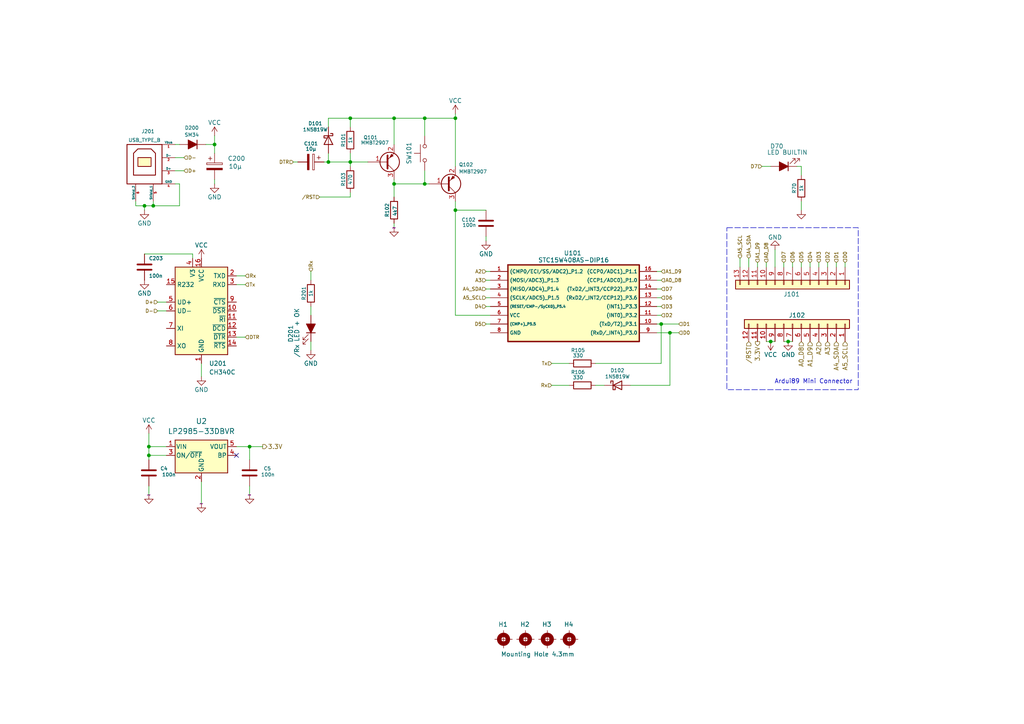
<source format=kicad_sch>
(kicad_sch (version 20231120) (generator "eeschema") (generator_version "8.0")
  (paper "A4")
  (title_block (title "Ardui89 MINI") (date "2024-07-30") (rev "0") (company "C. BARBATO") (comment 1 "A892406"))
  (lib_symbols
    (symbol "Arduino_Uno_R3_From_Scratch-rescue:GND-power" (power) (pin_names (offset 0))
      (property "Value" "power_GND" (at 0 -3.81 0))
      (symbol "GND-power_0_1"
        (polyline (pts (xy 0 0) (xy 0 -1.27) (xy 1.27 -1.27) (xy 0 -2.54) (xy -1.27 -1.27) (xy 0 -1.27)))
      )
      (symbol "GND-power_1_1"
        (pin power_in line (at 0 0 270) (length 0) hide (name "GND") (number "1"))
      )
    )
    (symbol "Arduino_Uno_R3_From_Scratch:USB_TYPE_B" (pin_names (offset 0))
      (property "Reference" "J" (at -6.35 -1.27 0))
      (property "Value" "USB_TYPE_B" (at 0 6.35 0))
      (symbol "USB_TYPE_B_0_1"
        (rectangle (start -1.905 1.27) (end 1.905 -1.27) (stroke (width 0.254)) (fill (type background)))
        (polyline (pts (xy -3.175 -3.81) (xy 3.175 -3.81) (xy 3.175 2.54) (xy 1.905 3.81) (xy -1.905 3.81) (xy -3.175 2.54) (xy -3.175 -3.81) (xy -3.175 -3.81) (xy -3.175 -3.81)) (stroke (width 0.254)))
        (rectangle (start 5.08 -6.35) (end -5.08 5.08) (stroke (width 0.254)))
      )
      (symbol "USB_TYPE_B_1_1"
        (pin power_out line (at 8.89 5.08 180) (length 3.81) (name "Vbus") (number "1"))
        (pin bidirectional line (at 8.89 1.27 180) (length 3.81) (name "D-") (number "2"))
        (pin bidirectional line (at 8.89 -2.54 180) (length 3.81) (name "D+") (number "3"))
        (pin power_in line (at 8.89 -6.35 180) (length 3.81) (name "GND") (number "4"))
        (pin passive line (at 2.54 -11.43 90) (length 5.08) (name "Shield_1") (number "5"))
        (pin passive line (at -2.54 -11.43 90) (length 5.08) (name "Shield_2") (number "6"))
      )
    )
    (symbol "BACKCIEL:STC15W408AS-DIP16"
      (property "Reference" "U" (at 23.368 3.81 0))
      (symbol "STC15W408AS-DIP16_0_0"
        (rectangle (start 5.08 1.905) (end 43.18 -20.32) (stroke (width 0.4064)) (fill (type background)))
      )
      (symbol "STC15W408AS-DIP16_1_0"
        (pin bidirectional line (at 0 0 0) (length 5.08) (name "(CMP0/ECI/SS/ADC2)_P1.2") (number "1"))
        (pin bidirectional line (at 48.26 -15.24 180) (length 5.08) (name "(TxD/T2)_P3.1") (number "10"))
        (pin bidirectional line (at 48.26 -12.7 180) (length 5.08) (name "(INT0)_P3.2") (number "11"))
        (pin bidirectional line (at 48.26 -10.16 180) (length 5.08) (name "(INT1)_P3.3") (number "12"))
        (pin bidirectional line (at 48.26 -7.62 180) (length 5.08) (name "(RxD2/_INT2/CCP12)_P3.6") (number "13"))
        (pin bidirectional line (at 48.26 -5.08 180) (length 5.08) (name "(TxD2/_INT3/CCP22)_P3.7") (number "14"))
        (pin bidirectional line (at 48.26 -2.54 180) (length 5.08) (name "(CCP1/ADC0)_P1.0") (number "15"))
        (pin bidirectional line (at 48.26 0 180) (length 5.08) (name "(CCP0/ADC1)_P1.1") (number "16"))
        (pin bidirectional line (at 0 -2.54 0) (length 5.08) (name "(MOSI/ADC3)_P1.3") (number "2"))
        (pin bidirectional line (at 0 -5.08 0) (length 5.08) (name "(MISO/ADC4)_P1.4") (number "3"))
        (pin bidirectional line (at 0 -7.62 0) (length 5.08) (name "(SCLK/ADC5)_P1.5") (number "4"))
        (pin bidirectional line (at 0 -10.16 0) (length 5.08) (name "(RESET/CMP-/SyCK0)_P5.4") (number "5"))
        (pin passive line (at 0 -12.7 0) (length 5.08) (name "VCC") (number "6"))
        (pin bidirectional line (at 0 -15.24 0) (length 5.08) (name "(CMP+)_P5.5") (number "7"))
        (pin passive line (at 0 -17.78 0) (length 5.08) (name "GND") (number "8"))
        (pin bidirectional line (at 48.26 -17.78 180) (length 5.08) (name "(RxD/_INT4)_P3.0") (number "9"))
      )
    )
    (symbol "Connector_Generic:Conn_01x12" (pin_names (offset 1.016) hide)
      (property "Reference" "J" (at 0 15.24 0))
      (property "Value" "Conn_01x12" (at 0 -17.78 0))
      (symbol "Conn_01x12_1_1"
        (rectangle (start -1.27 -15.113) (end 0 -15.367) (stroke (width 0.1524)))
        (rectangle (start -1.27 -12.573) (end 0 -12.827) (stroke (width 0.1524)))
        (rectangle (start -1.27 -10.033) (end 0 -10.287) (stroke (width 0.1524)))
        (rectangle (start -1.27 -7.493) (end 0 -7.747) (stroke (width 0.1524)))
        (rectangle (start -1.27 -4.953) (end 0 -5.207) (stroke (width 0.1524)))
        (rectangle (start -1.27 -2.413) (end 0 -2.667) (stroke (width 0.1524)))
        (rectangle (start -1.27 0.127) (end 0 -0.127) (stroke (width 0.1524)))
        (rectangle (start -1.27 2.667) (end 0 2.413) (stroke (width 0.1524)))
        (rectangle (start -1.27 5.207) (end 0 4.953) (stroke (width 0.1524)))
        (rectangle (start -1.27 7.747) (end 0 7.493) (stroke (width 0.1524)))
        (rectangle (start -1.27 10.287) (end 0 10.033) (stroke (width 0.1524)))
        (rectangle (start -1.27 12.827) (end 0 12.573) (stroke (width 0.1524)))
        (rectangle (start -1.27 13.97) (end 1.27 -16.51) (stroke (width 0.254)) (fill (type background)))
        (pin passive line (at -5.08 12.7 0) (length 3.81) (name "Pin_1") (number "1"))
        (pin passive line (at -5.08 -10.16 0) (length 3.81) (name "Pin_10") (number "10"))
        (pin passive line (at -5.08 -12.7 0) (length 3.81) (name "Pin_11") (number "11"))
        (pin passive line (at -5.08 -15.24 0) (length 3.81) (name "Pin_12") (number "12"))
        (pin passive line (at -5.08 10.16 0) (length 3.81) (name "Pin_2") (number "2"))
        (pin passive line (at -5.08 7.62 0) (length 3.81) (name "Pin_3") (number "3"))
        (pin passive line (at -5.08 5.08 0) (length 3.81) (name "Pin_4") (number "4"))
        (pin passive line (at -5.08 2.54 0) (length 3.81) (name "Pin_5") (number "5"))
        (pin passive line (at -5.08 0 0) (length 3.81) (name "Pin_6") (number "6"))
        (pin passive line (at -5.08 -2.54 0) (length 3.81) (name "Pin_7") (number "7"))
        (pin passive line (at -5.08 -5.08 0) (length 3.81) (name "Pin_8") (number "8"))
        (pin passive line (at -5.08 -7.62 0) (length 3.81) (name "Pin_9") (number "9"))
      )
    )
    (symbol "Connector_Generic:Conn_01x13" (pin_names (offset 1.016) hide)
      (property "Reference" "J" (at 0 17.78 0))
      (property "Value" "Conn_01x13" (at 0 -17.78 0))
      (symbol "Conn_01x13_1_1"
        (rectangle (start -1.27 -15.113) (end 0 -15.367) (stroke (width 0.1524)))
        (rectangle (start -1.27 -12.573) (end 0 -12.827) (stroke (width 0.1524)))
        (rectangle (start -1.27 -10.033) (end 0 -10.287) (stroke (width 0.1524)))
        (rectangle (start -1.27 -7.493) (end 0 -7.747) (stroke (width 0.1524)))
        (rectangle (start -1.27 -4.953) (end 0 -5.207) (stroke (width 0.1524)))
        (rectangle (start -1.27 -2.413) (end 0 -2.667) (stroke (width 0.1524)))
        (rectangle (start -1.27 0.127) (end 0 -0.127) (stroke (width 0.1524)))
        (rectangle (start -1.27 2.667) (end 0 2.413) (stroke (width 0.1524)))
        (rectangle (start -1.27 5.207) (end 0 4.953) (stroke (width 0.1524)))
        (rectangle (start -1.27 7.747) (end 0 7.493) (stroke (width 0.1524)))
        (rectangle (start -1.27 10.287) (end 0 10.033) (stroke (width 0.1524)))
        (rectangle (start -1.27 12.827) (end 0 12.573) (stroke (width 0.1524)))
        (rectangle (start -1.27 15.367) (end 0 15.113) (stroke (width 0.1524)))
        (rectangle (start -1.27 16.51) (end 1.27 -16.51) (stroke (width 0.254)) (fill (type background)))
        (pin passive line (at -5.08 15.24 0) (length 3.81) (name "Pin_1") (number "1"))
        (pin passive line (at -5.08 -7.62 0) (length 3.81) (name "Pin_10") (number "10"))
        (pin passive line (at -5.08 -10.16 0) (length 3.81) (name "Pin_11") (number "11"))
        (pin passive line (at -5.08 -12.7 0) (length 3.81) (name "Pin_12") (number "12"))
        (pin passive line (at -5.08 -15.24 0) (length 3.81) (name "Pin_13") (number "13"))
        (pin passive line (at -5.08 12.7 0) (length 3.81) (name "Pin_2") (number "2"))
        (pin passive line (at -5.08 10.16 0) (length 3.81) (name "Pin_3") (number "3"))
        (pin passive line (at -5.08 7.62 0) (length 3.81) (name "Pin_4") (number "4"))
        (pin passive line (at -5.08 5.08 0) (length 3.81) (name "Pin_5") (number "5"))
        (pin passive line (at -5.08 2.54 0) (length 3.81) (name "Pin_6") (number "6"))
        (pin passive line (at -5.08 0 0) (length 3.81) (name "Pin_7") (number "7"))
        (pin passive line (at -5.08 -2.54 0) (length 3.81) (name "Pin_8") (number "8"))
        (pin passive line (at -5.08 -5.08 0) (length 3.81) (name "Pin_9") (number "9"))
      )
    )
    (symbol "Device:C" (pin_numbers hide) (pin_names (offset 0.254))
      (property "Reference" "C" (at 0.635 2.54 0))
      (property "Value" "C" (at 0.635 -2.54 0))
      (symbol "C_0_1"
        (polyline (pts (xy -2.032 -0.762) (xy 2.032 -0.762)) (stroke (width 0.508)))
        (polyline (pts (xy -2.032 0.762) (xy 2.032 0.762)) (stroke (width 0.508)))
      )
      (symbol "C_1_1"
        (pin passive line (at 0 3.81 270) (length 2.794) (name "~") (number "1"))
        (pin passive line (at 0 -3.81 90) (length 2.794) (name "~") (number "2"))
      )
    )
    (symbol "Device:C_Polarized" (pin_numbers hide) (pin_names (offset 0.254))
      (property "Reference" "C" (at 0.635 2.54 0))
      (property "Value" "C_Polarized" (at 0.635 -2.54 0))
      (symbol "C_Polarized_0_1"
        (rectangle (start -2.286 0.508) (end 2.286 1.016))
        (polyline (pts (xy -1.778 2.286) (xy -0.762 2.286)))
        (polyline (pts (xy -1.27 2.794) (xy -1.27 1.778)))
        (rectangle (start 2.286 -0.508) (end -2.286 -1.016) (fill (type outline)))
      )
      (symbol "C_Polarized_1_1"
        (pin passive line (at 0 3.81 270) (length 2.794) (name "~") (number "1"))
        (pin passive line (at 0 -3.81 90) (length 2.794) (name "~") (number "2"))
      )
    )
    (symbol "Device:D_Filled" (pin_numbers hide) (pin_names (offset 1.016) hide)
      (property "Reference" "D" (at 0 2.54 0))
      (property "Value" "D_Filled" (at 0 -2.54 0))
      (symbol "D_Filled_0_1"
        (polyline (pts (xy -1.27 1.27) (xy -1.27 -1.27)) (stroke (width 0.254)))
        (polyline (pts (xy 1.27 0) (xy -1.27 0)))
        (polyline (pts (xy 1.27 1.27) (xy 1.27 -1.27) (xy -1.27 0) (xy 1.27 1.27)) (stroke (width 0.254)) (fill (type outline)))
      )
      (symbol "D_Filled_1_1"
        (pin passive line (at -3.81 0 0) (length 2.54) (name "K") (number "1"))
        (pin passive line (at 3.81 0 180) (length 2.54) (name "A") (number "2"))
      )
    )
    (symbol "Device:LED_Filled" (pin_numbers hide) (pin_names (offset 1.016) hide)
      (property "Reference" "D" (at 0 2.54 0))
      (property "Value" "LED_Filled" (at 0 -2.54 0))
      (symbol "LED_Filled_0_1"
        (polyline (pts (xy -1.27 -1.27) (xy -1.27 1.27)) (stroke (width 0.254)))
        (polyline (pts (xy -1.27 0) (xy 1.27 0)))
        (polyline (pts (xy 1.27 -1.27) (xy 1.27 1.27) (xy -1.27 0) (xy 1.27 -1.27)) (stroke (width 0.254)) (fill (type outline)))
        (polyline (pts (xy -3.048 -0.762) (xy -4.572 -2.286) (xy -3.81 -2.286) (xy -4.572 -2.286) (xy -4.572 -1.524)))
        (polyline (pts (xy -1.778 -0.762) (xy -3.302 -2.286) (xy -2.54 -2.286) (xy -3.302 -2.286) (xy -3.302 -1.524)))
      )
      (symbol "LED_Filled_1_1"
        (pin passive line (at -3.81 0 0) (length 2.54) (name "K") (number "1"))
        (pin passive line (at 3.81 0 180) (length 2.54) (name "A") (number "2"))
      )
    )
    (symbol "Device:R" (pin_numbers hide) (pin_names (offset 0))
      (property "Reference" "R" (at 2.032 0 90))
      (property "Value" "R" (at 0 0 90))
      (symbol "R_0_1"
        (rectangle (start -1.016 -2.54) (end 1.016 2.54) (stroke (width 0.254)))
      )
      (symbol "R_1_1"
        (pin passive line (at 0 3.81 270) (length 1.27) (name "~") (number "1"))
        (pin passive line (at 0 -3.81 90) (length 1.27) (name "~") (number "2"))
      )
    )
    (symbol "Diode:1N5817" (pin_numbers hide) (pin_names (offset 1.016) hide)
      (property "Reference" "D" (at 0 2.54 0))
      (property "Value" "1N5817" (at 0 -2.54 0))
      (symbol "1N5817_0_1"
        (polyline (pts (xy 1.27 0) (xy -1.27 0)))
        (polyline (pts (xy 1.27 1.27) (xy 1.27 -1.27) (xy -1.27 0) (xy 1.27 1.27)) (stroke (width 0.254)))
        (polyline (pts (xy -1.905 0.635) (xy -1.905 1.27) (xy -1.27 1.27) (xy -1.27 -1.27) (xy -0.635 -1.27) (xy -0.635 -0.635)) (stroke (width 0.254)))
      )
      (symbol "1N5817_1_1"
        (pin passive line (at -3.81 0 0) (length 2.54) (name "K") (number "1"))
        (pin passive line (at 3.81 0 180) (length 2.54) (name "A") (number "2"))
      )
    )
    (symbol "GND_14" (power) (pin_numbers hide) (pin_names (offset 0) hide)
      (property "Value" "GND_14" (at 0 -3.81 0))
      (symbol "GND_14_0_1"
        (polyline (pts (xy 0 0) (xy 0 -1.27) (xy 1.27 -1.27) (xy 0 -2.54) (xy -1.27 -1.27) (xy 0 -1.27)))
      )
      (symbol "GND_14_1_1"
        (pin power_in line (at 0 0 270) (length 0) hide (name "GND") (number "1"))
      )
    )
    (symbol "GND_3" (power) (pin_numbers hide) (pin_names (offset 0) hide)
      (property "Value" "GND_3" (at 0 -3.81 0))
      (symbol "GND_3_0_1"
        (polyline (pts (xy 0 0) (xy 0 -1.27) (xy 1.27 -1.27) (xy 0 -2.54) (xy -1.27 -1.27) (xy 0 -1.27)))
      )
      (symbol "GND_3_1_1"
        (pin power_in line (at 0 0 270) (length 0) hide (name "GND") (number "1"))
      )
    )
    (symbol "Interface_USB:CH340G"
      (property "Reference" "U" (at -5.08 13.97 0))
      (property "Value" "CH340G" (at 1.27 13.97 0))
      (symbol "CH340G_0_1"
        (rectangle (start -7.62 12.7) (end 7.62 -12.7) (stroke (width 0.254)) (fill (type background)))
      )
      (symbol "CH340G_1_1"
        (pin power_in line (at 0 -15.24 90) (length 2.54) (name "GND") (number "1"))
        (pin input line (at 10.16 0 180) (length 2.54) (name "~{DSR}") (number "10"))
        (pin input line (at 10.16 -2.54 180) (length 2.54) (name "~{RI}") (number "11"))
        (pin input line (at 10.16 -5.08 180) (length 2.54) (name "~{DCD}") (number "12"))
        (pin output line (at 10.16 -7.62 180) (length 2.54) (name "~{DTR}") (number "13"))
        (pin output line (at 10.16 -10.16 180) (length 2.54) (name "~{RTS}") (number "14"))
        (pin input line (at -10.16 7.62 0) (length 2.54) (name "R232") (number "15"))
        (pin power_in line (at 0 15.24 270) (length 2.54) (name "VCC") (number "16"))
        (pin output line (at 10.16 10.16 180) (length 2.54) (name "TXD") (number "2"))
        (pin input line (at 10.16 7.62 180) (length 2.54) (name "RXD") (number "3"))
        (pin passive line (at -2.54 15.24 270) (length 2.54) (name "V3") (number "4"))
        (pin bidirectional line (at -10.16 2.54 0) (length 2.54) (name "UD+") (number "5"))
        (pin bidirectional line (at -10.16 0 0) (length 2.54) (name "UD-") (number "6"))
        (pin input line (at -10.16 -5.08 0) (length 2.54) (name "XI") (number "7"))
        (pin output line (at -10.16 -10.16 0) (length 2.54) (name "XO") (number "8"))
        (pin input line (at 10.16 2.54 180) (length 2.54) (name "~{CTS}") (number "9"))
      )
    )
    (symbol "MountingHole_1" (pin_names (offset 1.016))
      (property "Reference" "H" (at 0 5.08 0))
      (property "Value" "MountingHole_1" (at 0 3.175 0))
      (symbol "MountingHole_1_0_1"
        (polyline (pts (xy -2.54 0) (xy 2.54 0)))
        (polyline (pts (xy 0 2.54) (xy 0 -2.54)))
        (circle (center 0 0) (radius 1.27) (stroke (width 1.27)))
      )
    )
    (symbol "Regulator_Linear:LP2985-3.3" (pin_names (offset 0.254))
      (property "Reference" "U" (at -6.35 5.715 0))
      (property "Value" "LP2985-3.3" (at 0 5.715 0))
      (symbol "LP2985-3.3_0_1"
        (rectangle (start -7.62 -5.08) (end 7.62 4.445) (stroke (width 0.254)) (fill (type background)))
      )
      (symbol "LP2985-3.3_1_1"
        (pin power_in line (at -10.16 2.54 0) (length 2.54) (name "VIN") (number "1"))
        (pin power_in line (at 0 -7.62 90) (length 2.54) (name "GND") (number "2"))
        (pin input line (at -10.16 0 0) (length 2.54) (name "ON/~{OFF}") (number "3"))
        (pin input line (at 10.16 0 180) (length 2.54) (name "BP") (number "4"))
        (pin power_out line (at 10.16 2.54 180) (length 2.54) (name "VOUT") (number "5"))
      )
    )
    (symbol "Switch:SW_Push" (pin_numbers hide) (pin_names (offset 1.016) hide)
      (property "Reference" "SW" (at 1.27 2.54 0))
      (property "Value" "SW_Push" (at 0 -1.524 0))
      (symbol "SW_Push_0_1"
        (circle (center -2.032 0) (radius 0.508))
        (polyline (pts (xy 0 1.27) (xy 0 3.048)))
        (polyline (pts (xy 2.54 1.27) (xy -2.54 1.27)))
        (circle (center 2.032 0) (radius 0.508))
        (pin passive line (at -5.08 0 0) (length 2.54) (name "1") (number "1"))
        (pin passive line (at 5.08 0 180) (length 2.54) (name "2") (number "2"))
      )
    )
    (symbol "Transistor_BJT:BC858" (pin_names (offset 0) hide)
      (property "Reference" "Q" (at 5.08 1.905 0))
      (property "Value" "BC858" (at 5.08 0 0))
      (symbol "BC858_0_1"
        (polyline (pts (xy 0.635 0.635) (xy 2.54 2.54)))
        (polyline (pts (xy 0.635 -0.635) (xy 2.54 -2.54) (xy 2.54 -2.54)))
        (polyline (pts (xy 0.635 1.905) (xy 0.635 -1.905) (xy 0.635 -1.905)) (stroke (width 0.508)))
        (polyline (pts (xy 2.286 -1.778) (xy 1.778 -2.286) (xy 1.27 -1.27) (xy 2.286 -1.778) (xy 2.286 -1.778)) (fill (type outline)))
        (circle (center 1.27 0) (radius 2.8194) (stroke (width 0.254)))
      )
      (symbol "BC858_1_1"
        (pin input line (at -5.08 0 0) (length 5.715) (name "B") (number "1"))
        (pin passive line (at 2.54 -5.08 90) (length 2.54) (name "E") (number "2"))
        (pin passive line (at 2.54 5.08 270) (length 2.54) (name "C") (number "3"))
      )
    )
    (symbol "power:GND" (power) (pin_numbers hide) (pin_names (offset 0) hide)
      (property "Value" "GND" (at 0 -3.81 0))
      (symbol "GND_0_1"
        (polyline (pts (xy 0 0) (xy 0 -1.27) (xy 1.27 -1.27) (xy 0 -2.54) (xy -1.27 -1.27) (xy 0 -1.27)))
      )
      (symbol "GND_1_1"
        (pin power_in line (at 0 0 270) (length 0) hide (name "GND") (number "1"))
      )
    )
    (symbol "power:VCC" (power) (pin_numbers hide) (pin_names (offset 0) hide)
      (property "Value" "VCC" (at 0 3.81 0))
      (symbol "VCC_0_1"
        (polyline (pts (xy -0.762 1.27) (xy 0 2.54)))
        (polyline (pts (xy 0 0) (xy 0 2.54)))
        (polyline (pts (xy 0 2.54) (xy 0.762 1.27)))
      )
      (symbol "VCC_1_1"
        (pin power_in line (at 0 0 90) (length 0) hide (name "VCC") (number "1"))
      )
    )
  )
  (junction (at 95.25 46.99))
  (junction (at 101.6 34.29))
  (junction (at 132.08 34.29))
  (junction (at 114.3 34.29))
  (junction (at 194.31 96.52))
  (junction (at 123.19 53.34))
  (junction (at 101.6 46.99))
  (junction (at 191.77 93.98))
  (junction (at 62.23 41.91))
  (junction (at 43.18 129.54))
  (junction (at 114.3 53.34))
  (junction (at 132.08 60.96))
  (junction (at 43.18 132.08))
  (junction (at 72.39 129.54))
  (junction (at 41.91 59.69))
  (junction (at 123.19 34.29))
  (junction (at 44.45 59.69))
  (junction (at 223.52 99.06))
  (junction (at 228.6 99.06))
  (no_connect (at 68.58 132.08))
  (wire (pts (xy 232.41 58.42) (xy 232.41 60.96)))
  (wire (pts (xy 132.08 60.96) (xy 132.08 91.44)))
  (wire (pts (xy 232.41 50.8) (xy 232.41 48.26)))
  (wire (pts (xy 191.77 93.98) (xy 196.85 93.98)))
  (wire (pts (xy 140.97 68.58) (xy 140.97 69.85)))
  (wire (pts (xy 140.97 81.28) (xy 142.24 81.28)))
  (wire (pts (xy 229.87 76.2) (xy 229.87 77.47)))
  (wire (pts (xy 240.03 76.2) (xy 240.03 77.47)))
  (wire (pts (xy 114.3 53.34) (xy 114.3 57.15)))
  (wire (pts (xy 101.6 44.45) (xy 101.6 46.99)))
  (wire (pts (xy 140.97 86.36) (xy 142.24 86.36)))
  (wire (pts (xy 45.72 87.63) (xy 48.26 87.63)))
  (wire (pts (xy 43.18 125.73) (xy 43.18 129.54)))
  (wire (pts (xy 227.33 76.2) (xy 227.33 77.47)))
  (wire (pts (xy 140.97 78.74) (xy 142.24 78.74)))
  (wire (pts (xy 50.8 49.53) (xy 53.34 49.53)))
  (wire (pts (xy 194.31 96.52) (xy 194.31 111.76)))
  (wire (pts (xy 237.49 76.2) (xy 237.49 77.47)))
  (wire (pts (xy 44.45 59.69) (xy 52.07 59.69)))
  (wire (pts (xy 114.3 53.34) (xy 123.19 53.34)))
  (wire (pts (xy 160.02 105.41) (xy 165.1 105.41)))
  (wire (pts (xy 95.25 44.45) (xy 95.25 46.99)))
  (wire (pts (xy 43.18 132.08) (xy 43.18 133.35)))
  (wire (pts (xy 50.8 53.34) (xy 52.07 53.34)))
  (wire (pts (xy 68.58 97.79) (xy 71.12 97.79)))
  (wire (pts (xy 227.33 99.06) (xy 228.6 99.06)))
  (wire (pts (xy 234.95 76.2) (xy 234.95 77.47)))
  (wire (pts (xy 43.18 129.54) (xy 43.18 132.08)))
  (wire (pts (xy 194.31 96.52) (xy 196.85 96.52)))
  (wire (pts (xy 160.02 111.76) (xy 165.1 111.76)))
  (wire (pts (xy 43.18 132.08) (xy 48.26 132.08)))
  (wire (pts (xy 190.5 93.98) (xy 191.77 93.98)))
  (wire (pts (xy 172.72 105.41) (xy 191.77 105.41)))
  (wire (pts (xy 232.41 76.2) (xy 232.41 77.47)))
  (wire (pts (xy 72.39 140.97) (xy 72.39 143.51)))
  (wire (pts (xy 90.17 91.44) (xy 90.17 88.9)))
  (wire (pts (xy 140.97 88.9) (xy 142.24 88.9)))
  (wire (pts (xy 101.6 48.26) (xy 101.6 46.99)))
  (wire (pts (xy 194.31 111.76) (xy 182.88 111.76)))
  (wire (pts (xy 114.3 52.07) (xy 114.3 53.34)))
  (wire (pts (xy 123.19 34.29) (xy 123.19 39.37)))
  (wire (pts (xy 132.08 60.96) (xy 132.08 58.42)))
  (wire (pts (xy 123.19 53.34) (xy 124.46 53.34)))
  (wire (pts (xy 101.6 34.29) (xy 114.3 34.29)))
  (wire (pts (xy 41.91 60.96) (xy 41.91 59.69)))
  (wire (pts (xy 219.71 76.2) (xy 219.71 77.47)))
  (wire (pts (xy 95.25 34.29) (xy 101.6 34.29)))
  (wire (pts (xy 214.63 74.93) (xy 214.63 77.47)))
  (wire (pts (xy 191.77 83.82) (xy 190.5 83.82)))
  (wire (pts (xy 55.88 73.66) (xy 55.88 74.93)))
  (wire (pts (xy 68.58 80.01) (xy 71.12 80.01)))
  (wire (pts (xy 50.8 41.91) (xy 52.07 41.91)))
  (wire (pts (xy 41.91 73.66) (xy 55.88 73.66)))
  (wire (pts (xy 53.34 45.72) (xy 50.8 45.72)))
  (wire (pts (xy 68.58 129.54) (xy 72.39 129.54)))
  (wire (pts (xy 191.77 91.44) (xy 190.5 91.44)))
  (wire (pts (xy 191.77 93.98) (xy 191.77 105.41)))
  (wire (pts (xy 191.77 78.74) (xy 190.5 78.74)))
  (wire (pts (xy 101.6 34.29) (xy 101.6 36.83)))
  (wire (pts (xy 123.19 34.29) (xy 132.08 34.29)))
  (wire (pts (xy 232.41 48.26) (xy 231.14 48.26)))
  (wire (pts (xy 114.3 64.77) (xy 114.3 66.04)))
  (wire (pts (xy 175.26 111.76) (xy 172.72 111.76)))
  (wire (pts (xy 132.08 34.29) (xy 132.08 48.26)))
  (wire (pts (xy 223.52 99.06) (xy 224.79 99.06)))
  (wire (pts (xy 90.17 99.06) (xy 90.17 101.6)))
  (wire (pts (xy 101.6 46.99) (xy 106.68 46.99)))
  (wire (pts (xy 39.37 59.69) (xy 41.91 59.69)))
  (wire (pts (xy 223.52 48.26) (xy 220.98 48.26)))
  (wire (pts (xy 132.08 91.44) (xy 142.24 91.44)))
  (wire (pts (xy 132.08 33.02) (xy 132.08 34.29)))
  (wire (pts (xy 123.19 49.53) (xy 123.19 53.34)))
  (wire (pts (xy 72.39 129.54) (xy 76.2 129.54)))
  (wire (pts (xy 245.11 76.2) (xy 245.11 77.47)))
  (wire (pts (xy 58.42 105.41) (xy 58.42 109.22)))
  (wire (pts (xy 132.08 60.96) (xy 140.97 60.96)))
  (wire (pts (xy 90.17 81.28) (xy 90.17 78.74)))
  (wire (pts (xy 228.6 99.06) (xy 229.87 99.06)))
  (wire (pts (xy 58.42 139.7) (xy 58.42 146.05)))
  (wire (pts (xy 190.5 88.9) (xy 191.77 88.9)))
  (wire (pts (xy 95.25 46.99) (xy 101.6 46.99)))
  (wire (pts (xy 39.37 58.42) (xy 39.37 59.69)))
  (wire (pts (xy 62.23 39.37) (xy 62.23 41.91)))
  (wire (pts (xy 44.45 58.42) (xy 44.45 59.69)))
  (wire (pts (xy 45.72 90.17) (xy 48.26 90.17)))
  (wire (pts (xy 59.69 41.91) (xy 62.23 41.91)))
  (wire (pts (xy 190.5 96.52) (xy 194.31 96.52)))
  (wire (pts (xy 217.17 74.93) (xy 217.17 77.47)))
  (wire (pts (xy 222.25 76.2) (xy 222.25 77.47)))
  (wire (pts (xy 41.91 59.69) (xy 44.45 59.69)))
  (wire (pts (xy 101.6 57.15) (xy 101.6 55.88)))
  (wire (pts (xy 52.07 53.34) (xy 52.07 59.69)))
  (wire (pts (xy 43.18 140.97) (xy 43.18 143.51)))
  (wire (pts (xy 92.71 57.15) (xy 101.6 57.15)))
  (wire (pts (xy 114.3 34.29) (xy 123.19 34.29)))
  (wire (pts (xy 43.18 129.54) (xy 48.26 129.54)))
  (wire (pts (xy 68.58 82.55) (xy 71.12 82.55)))
  (wire (pts (xy 222.25 99.06) (xy 223.52 99.06)))
  (wire (pts (xy 62.23 52.07) (xy 62.23 53.34)))
  (wire (pts (xy 191.77 81.28) (xy 190.5 81.28)))
  (wire (pts (xy 191.77 86.36) (xy 190.5 86.36)))
  (wire (pts (xy 85.09 46.99) (xy 86.36 46.99)))
  (wire (pts (xy 224.79 72.39) (xy 224.79 77.47)))
  (wire (pts (xy 62.23 41.91) (xy 62.23 44.45)))
  (wire (pts (xy 72.39 129.54) (xy 72.39 133.35)))
  (wire (pts (xy 93.98 46.99) (xy 95.25 46.99)))
  (wire (pts (xy 140.97 83.82) (xy 142.24 83.82)))
  (wire (pts (xy 114.3 34.29) (xy 114.3 41.91)))
  (wire (pts (xy 242.57 76.2) (xy 242.57 77.47)))
  (wire (pts (xy 95.25 36.83) (xy 95.25 34.29)))
  (wire (pts (xy 140.97 93.98) (xy 142.24 93.98)))
  (rectangle (start 210.82 66.04) (end 248.92 113.03) (stroke (width 0) (type dash)))
  (text "Ardui89 Mini Connector" (at 235.966 110.744 0) (effects (font (size 1.27 1.27))))
  (hierarchical_label "A5_SCL" (shape input) (at 140.97 86.36 180) (effects (font (size 1.016 1.016))))
  (hierarchical_label "D5" (shape input) (at 140.97 93.98 180) (effects (font (size 1.016 1.016))))
  (hierarchical_label "D7" (shape input) (at 227.33 76.2 90) (effects (font (size 1.016 1.016))))
  (hierarchical_label "A0_D8" (shape input) (at 222.25 76.2 90) (effects (font (size 1.016 1.016))))
  (hierarchical_label "A3" (shape input) (at 240.03 99.06 270))
  (hierarchical_label "D6" (shape input) (at 229.87 76.2 90) (effects (font (size 1.016 1.016))))
  (hierarchical_label "{slash}RST" (shape input) (at 217.17 99.06 270))
  (hierarchical_label "3.3V" (shape output) (at 219.71 99.06 270))
  (hierarchical_label "D+" (shape input) (at 53.34 49.53 0) (effects (font (size 1.016 1.016))))
  (hierarchical_label "Rx" (shape input) (at 160.02 111.76 180) (effects (font (size 1.016 1.016))))
  (hierarchical_label "D4" (shape input) (at 234.95 76.2 90) (effects (font (size 1.016 1.016))))
  (hierarchical_label "Rx" (shape input) (at 90.17 78.74 90) (effects (font (size 1.016 1.016))))
  (hierarchical_label "D3" (shape input) (at 237.49 76.2 90) (effects (font (size 1.016 1.016))))
  (hierarchical_label "D2" (shape input) (at 240.03 76.2 90) (effects (font (size 1.016 1.016))))
  (hierarchical_label "D7" (shape input) (at 220.98 48.26 180) (effects (font (size 1.016 1.016))))
  (hierarchical_label "A5_SCL" (shape input) (at 214.63 74.93 90) (effects (font (size 1.016 1.016))))
  (hierarchical_label "D+" (shape input) (at 45.72 87.63 180) (effects (font (size 1.016 1.016))))
  (hierarchical_label "{slash}RST" (shape input) (at 92.71 57.15 180) (effects (font (size 1.016 1.016))))
  (hierarchical_label "D-" (shape input) (at 53.34 45.72 0) (effects (font (size 1.016 1.016))))
  (hierarchical_label "A1_D9" (shape input) (at 219.71 76.2 90) (effects (font (size 1.016 1.016))))
  (hierarchical_label "A5_SCL" (shape input) (at 245.11 99.06 270))
  (hierarchical_label "Tx" (shape input) (at 71.12 82.55 0) (effects (font (size 1.016 1.016))))
  (hierarchical_label "A1_D9" (shape input) (at 234.95 99.06 270))
  (hierarchical_label "DTR" (shape input) (at 71.12 97.79 0) (effects (font (size 1.016 1.016))))
  (hierarchical_label "D0" (shape input) (at 245.11 76.2 90) (effects (font (size 1.016 1.016))))
  (hierarchical_label "D4" (shape input) (at 140.97 88.9 180) (effects (font (size 1.016 1.016))))
  (hierarchical_label "A4_SDA" (shape input) (at 140.97 83.82 180) (effects (font (size 1.016 1.016))))
  (hierarchical_label "A4_SDA" (shape input) (at 217.17 74.93 90) (effects (font (size 1.016 1.016))))
  (hierarchical_label "D1" (shape input) (at 196.85 93.98 0) (effects (font (size 1.016 1.016))))
  (hierarchical_label "A1_D9" (shape input) (at 191.77 78.74 0) (effects (font (size 1.016 1.016))))
  (hierarchical_label "3.3V" (shape output) (at 76.2 129.54 0))
  (hierarchical_label "A0_D8" (shape input) (at 232.41 99.06 270))
  (hierarchical_label "D1" (shape input) (at 242.57 76.2 90) (effects (font (size 1.016 1.016))))
  (hierarchical_label "A2" (shape input) (at 237.49 99.06 270))
  (hierarchical_label "A0_D8" (shape input) (at 191.77 81.28 0) (effects (font (size 1.016 1.016))))
  (hierarchical_label "D7" (shape input) (at 191.77 83.82 0) (effects (font (size 1.016 1.016))))
  (hierarchical_label "D5" (shape input) (at 232.41 76.2 90) (effects (font (size 1.016 1.016))))
  (hierarchical_label "Rx" (shape input) (at 71.12 80.01 0) (effects (font (size 1.016 1.016))))
  (hierarchical_label "D2" (shape input) (at 191.77 91.44 0) (effects (font (size 1.016 1.016))))
  (hierarchical_label "D3" (shape input) (at 191.77 88.9 0) (effects (font (size 1.016 1.016))))
  (hierarchical_label "DTR" (shape input) (at 85.09 46.99 180) (effects (font (size 1.016 1.016))))
  (hierarchical_label "D0" (shape input) (at 196.85 96.52 0) (effects (font (size 1.016 1.016))))
  (hierarchical_label "A3" (shape input) (at 140.97 81.28 180) (effects (font (size 1.016 1.016))))
  (hierarchical_label "Tx" (shape input) (at 160.02 105.41 180) (effects (font (size 1.016 1.016))))
  (hierarchical_label "D-" (shape input) (at 45.72 90.17 180) (effects (font (size 1.016 1.016))))
  (hierarchical_label "A2" (shape input) (at 140.97 78.74 180) (effects (font (size 1.016 1.016))))
  (hierarchical_label "A4_SDA" (shape input) (at 242.57 99.06 270))
  (hierarchical_label "D6" (shape input) (at 191.77 86.36 0) (effects (font (size 1.016 1.016))))
  (symbol (lib_id "Transistor_BJT:BC858") (at 129.54 53.34 0) (mirror x) (unit 1)
    (property "Reference" "Q102" (at 133.096 47.752 0) (effects (font (size 1.016 1.016)) (justify left)))
    (property "Value" "MMBT2907" (at 133.096 49.784 0) (effects (font (size 1.016 1.016)) (justify left)))
    (property "Footprint" "Package_TO_SOT_SMD:TSOT-23_HandSoldering" (effects (hide yes)))
    (property "Datasheet" "https://www.onsemi.com/pub/Collateral/BC860-D.pdf" (effects (hide yes)))
    (property "Description" "0.1A Ic, 30V Vce, PNP Transistor, SOT-23" (effects (hide yes)))
  )
  (symbol (lib_name "MountingHole_1") (lib_id "Mechanical:MountingHole") (at 158.75 185.42 0) (unit 1)
    (property "Reference" "H3" (at 157.226 181.102 0) (effects (justify left)))
    (property "Value" "MountingHole" (effects (hide yes)))
    (property "Footprint" "MountingHole:MountingHole_4.3mm_M4_DIN965" (effects (hide yes)))
  )
  (symbol (lib_id "power:GND") (at 140.97 69.85 0) (unit 1)
    (property "Reference" "#PWR0105" (effects (hide yes)))
    (property "Value" "GND" (at 140.97 73.66 0))
  )
  (symbol (lib_id "Device:C") (at 72.39 137.16 0) (unit 1)
    (property "Reference" "C5" (at 76.454 135.89 0) (effects (font (size 1.016 1.016)) (justify left)))
    (property "Value" "100n" (at 75.692 137.668 0) (effects (font (size 1.016 1.016)) (justify left)))
    (property "Footprint" "Capacitor_SMD:C_1206_3216Metric_Pad1.33x1.80mm_HandSolder" (effects (hide yes)))
    (property "Datasheet" "http://product.tdk.com/en/catalog/datasheets/mlcc_commercial_general_en.pdf" (effects (hide yes)))
    (property "Description" "2.2uF 3V3 LDO Output Cap" (effects (hide yes)))
    (property "Characteristics" "CAP CER 2.2UF 16V X7R 0805" (effects (hide yes)))
    (property "MFN" "TDK Corporation" (effects (hide yes)))
    (property "Package ID" "SMD_0805" (effects (hide yes)))
    (property "Source" "ANY" (effects (hide yes)))
    (property "Critical" "Y" (effects (hide yes)))
    (property "Subsystem" "Voltage_Mgmt" (effects (hide yes)))
    (property "Notes" "Must be between 0.001 and 1Ω ESR" (effects (hide yes)))
    (property "MPN" "C2012X7R1C225K125AB" (effects (hide yes)))
  )
  (symbol (lib_id "Device:R") (at 232.41 54.61 0) (unit 1)
    (property "Reference" "R70" (at 230.378 54.61 90) (effects (font (size 1.016 1.016))))
    (property "Value" "1k" (at 232.41 54.61 90) (effects (font (size 1.016 1.016))))
    (property "Footprint" "Resistor_SMD:R_1206_3216Metric_Pad1.30x1.75mm_HandSolder" (effects (hide yes)))
    (property "Datasheet" "http://www.yageo.com/pdf/Pu-RC0805_51_PbFree_L_2.pdf" (effects (hide yes)))
    (property "Description" "Power On LED Resistor" (effects (hide yes)))
    (property "Characteristics" "RESISTOR, METAL GLAZE/THICK FILM, 0.125W, 1%, 100ppm, 510ohm, SURFACE MOUNT, 0805" (effects (hide yes)))
    (property "MFN" "Yageo" (effects (hide yes)))
    (property "Package ID" "SMD_0805" (effects (hide yes)))
    (property "Source" "ANY" (effects (hide yes)))
    (property "Critical" "N" (effects (hide yes)))
    (property "Subsystem" "Voltage_Reg" (effects (hide yes)))
    (property "MPN" "RC0805FR-07510RL" (effects (hide yes)))
  )
  (symbol (lib_id "power:VCC") (at 62.23 39.37 0) (unit 1)
    (property "Reference" "#PWR01" (effects (hide yes)))
    (property "Value" "VCC" (at 62.23 35.56 0))
  )
  (symbol (lib_id "Arduino_Uno_R3_From_Scratch-rescue:GND-power") (at 72.39 143.51 0) (unit 1)
    (property "Reference" "#PWR017" (effects (hide yes)))
    (property "Value" "GND" (effects (hide yes)))
    (property "Footprint" "~" (at 72.39 143.51 0) (effects (font (size 1.524 1.524))))
    (property "Datasheet" "~" (at 72.39 143.51 0) (effects (font (size 1.524 1.524))))
    (property "Source" "ANY" (effects (hide yes)))
    (property "Critical" "N" (effects (hide yes)))
  )
  (symbol (lib_id "Diode:1N5817") (at 179.07 111.76 0) (unit 1)
    (property "Reference" "D102" (at 179.07 107.442 0) (effects (font (size 1.016 1.016))))
    (property "Value" "1N5819W" (at 179.07 109.22 0) (effects (font (size 1.016 1.016))))
    (property "Footprint" "Diode_SMD:D_1206_3216Metric_Pad1.42x1.75mm_HandSolder" (effects (hide yes)))
    (property "Datasheet" "http://www.vishay.com/docs/88525/1n5817.pdf" (effects (hide yes)))
    (property "Description" "20V 1A Schottky Barrier Rectifier Diode, DO-41" (effects (hide yes)))
  )
  (symbol (lib_id "Arduino_Uno_R3_From_Scratch:USB_TYPE_B") (at 41.91 46.99 0) (unit 1)
    (property "Reference" "J201" (at 42.926 38.1 0) (effects (font (size 1.016 1.016))))
    (property "Value" "USB_TYPE_B" (at 41.91 40.64 0) (effects (font (size 1.016 1.016))))
    (property "Footprint" "Connector_USB:USB_B_Lumberg_2411_02_Horizontal" (effects (hide yes)))
    (property "Datasheet" "http://images.ihscontent.net/vipimages/VipMasterIC/IC/TYEL/TYELS17825/TYELS17825-1.pdf" (effects (hide yes)))
    (property "Description" "USB Type-B Connector" (effects (hide yes)))
    (property "Characteristics" "4 CONTACT(S), FEMALE, RIGHT ANGLE USB TYPE-B CONNECTOR" (effects (hide yes)))
    (property "MFN" "TE Connectivity" (effects (hide yes)))
    (property "Package ID" "PTH" (effects (hide yes)))
    (property "Source" "ANY" (effects (hide yes)))
    (property "Critical" "Y" (effects (hide yes)))
    (property "Subsystem" "USB_Cnxn" (effects (hide yes)))
    (property "Notes" "Must match footprint" (effects (hide yes)))
    (property "MPN" "292304-1" (effects (hide yes)))
  )
  (symbol (lib_id "power:VCC") (at 58.42 74.93 0) (unit 1)
    (property "Reference" "#PWR0204" (effects (hide yes)))
    (property "Value" "VCC" (at 58.42 71.12 0))
  )
  (symbol (lib_id "power:GND") (at 62.23 53.34 0) (unit 1)
    (property "Reference" "#PWR0101" (effects (hide yes)))
    (property "Value" "GND" (at 62.23 57.15 0))
  )
  (symbol (lib_id "Transistor_BJT:BC858") (at 111.76 46.99 0) (mirror x) (unit 1)
    (property "Reference" "Q101" (at 105.41 39.878 0) (effects (font (size 1.016 1.016)) (justify left)))
    (property "Value" "MMBT2907" (at 104.648 41.402 0) (effects (font (size 1.016 1.016)) (justify left)))
    (property "Footprint" "Package_TO_SOT_SMD:TSOT-23_HandSoldering" (effects (hide yes)))
    (property "Datasheet" "https://www.onsemi.com/pub/Collateral/BC860-D.pdf" (effects (hide yes)))
    (property "Description" "0.1A Ic, 30V Vce, PNP Transistor, SOT-23" (effects (hide yes)))
  )
  (symbol (lib_id "Interface_USB:CH340G") (at 58.42 90.17 0) (unit 1)
    (property "Reference" "U201" (at 60.6141 105.41 0) (effects (justify left)))
    (property "Value" "CH340C" (at 60.6141 107.95 0) (effects (justify left)))
    (property "Footprint" "Package_SO:SOIC-16_3.9x9.9mm_P1.27mm" (effects (hide yes)))
    (property "Datasheet" "http://www.datasheet5.com/pdf-local-2195953" (effects (hide yes)))
  )
  (symbol (lib_id "power:GND") (at 90.17 101.6 0) (unit 1)
    (property "Reference" "#PWR0106" (effects (hide yes)))
    (property "Value" "GND" (at 90.17 105.41 0))
  )
  (symbol (lib_id "Connector_Generic:Conn_01x12") (at 232.41 93.98 270) (mirror x) (unit 1)
    (property "Reference" "J102" (at 231.14 91.44 90))
    (property "Value" "Conn_01x12" (effects (hide yes)))
    (property "Footprint" "Connector_PinSocket_2.54mm:PinSocket_1x12_P2.54mm_Vertical" (effects (hide yes)))
    (property "Description" "Generic connector, single row, 01x12, script generated (kicad-library-utils/schlib/autogen/connector/)" (effects (hide yes)))
  )
  (symbol (lib_id "Device:LED_Filled") (at 227.33 48.26 180) (unit 1)
    (property "Reference" "D70" (at 225.298 42.418 0))
    (property "Value" "LED BUILTIN" (at 228.346 44.196 0))
    (property "Footprint" "Diode_SMD:D_1206_3216Metric_Pad1.42x1.75mm_HandSolder" (effects (hide yes)))
    (property "Datasheet" "http://www.osram-os.com/Graphics/XPic9/00078860_0.pdf" (effects (hide yes)))
    (property "Description" "Power On Green LED" (effects (hide yes)))
    (property "Characteristics" "LED CHIPLED 570NM GREEN" (effects (hide yes)))
    (property "MFN" "OSRAM Opto" (effects (hide yes)))
    (property "Package ID" "SMD_0805" (effects (hide yes)))
    (property "Source" "ANY" (effects (hide yes)))
    (property "Critical" "N" (effects (hide yes)))
    (property "Subsystem" "Voltage_Reg" (effects (hide yes)))
    (property "MPN" "LG R971-KN-1" (effects (hide yes)))
  )
  (symbol (lib_id "Device:R") (at 101.6 52.07 0) (unit 1)
    (property "Reference" "R103" (at 99.568 52.07 90) (effects (font (size 1.016 1.016))))
    (property "Value" "470" (at 101.6 52.07 90) (effects (font (size 1.016 1.016))))
    (property "Footprint" "Resistor_SMD:R_1206_3216Metric_Pad1.30x1.75mm_HandSolder" (effects (hide yes)))
    (property "Datasheet" "http://www.yageo.com/pdf/Pu-RC0805_51_PbFree_L_2.pdf" (effects (hide yes)))
    (property "Description" "Power On LED Resistor" (effects (hide yes)))
    (property "Characteristics" "RESISTOR, METAL GLAZE/THICK FILM, 0.125W, 1%, 100ppm, 510ohm, SURFACE MOUNT, 0805" (effects (hide yes)))
    (property "MFN" "Yageo" (effects (hide yes)))
    (property "Package ID" "SMD_0805" (effects (hide yes)))
    (property "Source" "ANY" (effects (hide yes)))
    (property "Critical" "N" (effects (hide yes)))
    (property "Subsystem" "Voltage_Reg" (effects (hide yes)))
    (property "MPN" "RC0805FR-07510RL" (effects (hide yes)))
  )
  (symbol (lib_id "Regulator_Linear:LP2985-3.3") (at 58.42 132.08 0) (unit 1)
    (property "Reference" "U2" (at 58.42 122.174 0) (effects (font (size 1.524 1.524))))
    (property "Value" "LP2985-33DBVR" (at 58.42 125.095 0) (effects (font (size 1.524 1.524))))
    (property "Footprint" "Package_TO_SOT_SMD:TSOT-23-5_HandSoldering" (effects (hide yes)))
    (property "Datasheet" "http://www.ti.com/lit/ds/symlink/lp2985-33.pdf" (effects (hide yes)))
    (property "Description" "3V3 Fixed LDO Regulator" (effects (hide yes)))
    (property "Characteristics" "3.3V FIXED POSITIVE LDO REGULATOR, 0.575V DROPOUT" (effects (hide yes)))
    (property "MFN" "Texas Instruments" (effects (hide yes)))
    (property "Package ID" "SOT-23 5" (effects (hide yes)))
    (property "Source" "ANY" (effects (hide yes)))
    (property "Critical" "N" (effects (hide yes)))
    (property "Subsystem" "Voltage_Mgmt" (effects (hide yes)))
    (property "MPN" "LP2985-33DBVR" (effects (hide yes)))
  )
  (symbol (lib_id "power:GND") (at 224.79 72.39 180) (unit 1)
    (property "Reference" "#PWR0109" (effects (hide yes)))
    (property "Value" "GND" (at 224.79 68.834 0))
  )
  (symbol (lib_name "GND_14") (lib_id "power:GND") (at 41.91 60.96 0) (unit 1)
    (property "Reference" "#PWR014" (effects (hide yes)))
    (property "Value" "GND" (at 41.91 64.77 0))
  )
  (symbol (lib_id "BACKCIEL:STC15W408AS-DIP16") (at 142.24 78.74 0) (unit 1)
    (property "Reference" "U101" (at 166.116 73.406 0))
    (property "Value" "STC15W408AS-DIP16" (at 166.37 75.438 0))
    (property "Footprint" "Package_DIP:DIP-16_W7.62mm_LongPads" (effects (hide yes)))
  )
  (symbol (lib_id "Connector_Generic:Conn_01x13") (at 229.87 82.55 270) (unit 1)
    (property "Reference" "J101" (at 229.616 85.344 90))
    (property "Value" "Conn_01x13" (effects (hide yes)))
    (property "Footprint" "Connector_PinSocket_2.54mm:PinSocket_1x13_P2.54mm_Vertical" (effects (hide yes)))
    (property "Description" "Generic connector, single row, 01x13, script generated (kicad-library-utils/schlib/autogen/connector/)" (effects (hide yes)))
  )
  (symbol (lib_id "Arduino_Uno_R3_From_Scratch-rescue:GND-power") (at 114.3 66.04 0) (unit 1)
    (property "Reference" "#PWR0104" (effects (hide yes)))
    (property "Value" "GND" (effects (hide yes)))
    (property "Footprint" "~" (at 114.3 66.04 0) (effects (font (size 1.524 1.524))))
    (property "Datasheet" "~" (at 114.3 66.04 0) (effects (font (size 1.524 1.524))))
    (property "Source" "ANY" (effects (hide yes)))
    (property "Critical" "N" (effects (hide yes)))
  )
  (symbol (lib_id "Diode:1N5817") (at 95.25 40.64 270) (unit 1)
    (property "Reference" "D101" (at 91.44 35.814 90) (effects (font (size 1.016 1.016))))
    (property "Value" "1N5819W" (at 91.44 37.592 90) (effects (font (size 1.016 1.016))))
    (property "Footprint" "Diode_SMD:D_1206_3216Metric_Pad1.42x1.75mm_HandSolder" (effects (hide yes)))
    (property "Datasheet" "http://www.vishay.com/docs/88525/1n5817.pdf" (effects (hide yes)))
    (property "Description" "20V 1A Schottky Barrier Rectifier Diode, DO-41" (effects (hide yes)))
  )
  (symbol (lib_name "MountingHole_1") (lib_id "Mechanical:MountingHole") (at 152.4 185.42 0) (unit 1)
    (property "Reference" "H2" (at 150.876 181.102 0) (effects (justify left)))
    (property "Value" "MountingHole" (effects (hide yes)))
    (property "Footprint" "MountingHole:MountingHole_4.3mm_M4_DIN965" (effects (hide yes)))
    (property "Datasheet" "  (layer \"F.Cu\")" (effects (hide yes)))
  )
  (symbol (lib_id "power:VCC") (at 223.52 99.06 180) (unit 1)
    (property "Reference" "#PWR0108" (effects (hide yes)))
    (property "Value" "VCC" (at 223.52 102.87 0))
  )
  (symbol (lib_id "Switch:SW_Push") (at 123.19 44.45 90) (unit 1)
    (property "Reference" "SW101" (at 118.618 41.148 0) (effects (justify right)))
    (property "Value" "SW_Push" (effects (hide yes)))
    (property "Footprint" "Button_Switch_THT:SW_PUSH_6mm" (effects (hide yes)))
    (property "Description" "Push button switch, generic, two pins" (effects (hide yes)))
  )
  (symbol (lib_id "Device:C") (at 43.18 137.16 0) (unit 1)
    (property "Reference" "C4" (at 46.482 135.89 0) (effects (font (size 1.016 1.016)) (justify left)))
    (property "Value" "100n" (at 46.99 137.668 0) (effects (font (size 1.016 1.016)) (justify left)))
    (property "Footprint" "Capacitor_SMD:C_1206_3216Metric_Pad1.33x1.80mm_HandSolder" (effects (hide yes)))
    (property "Datasheet" "http://www.kemet.com/docfinder?Partnumber=C0805C105K8RACAUTO" (effects (hide yes)))
    (property "Description" "3V3 LDO Input Cap" (effects (hide yes)))
    (property "Characteristics" "CAPACITOR, CERAMIC, MULTILAYER, 10 V, X7R, 1 uF, SURFACE MOUNT, 0805" (effects (hide yes)))
    (property "MFN" "Kemet" (effects (hide yes)))
    (property "Package ID" "SMD_0805" (effects (hide yes)))
    (property "Source" "ANY" (effects (hide yes)))
    (property "Critical" "N" (effects (hide yes)))
    (property "Subsystem" "Voltage_Mgmt" (effects (hide yes)))
    (property "MPN" "C0805C105K8RACAUTO " (effects (hide yes)))
  )
  (symbol (lib_id "Device:R") (at 90.17 85.09 0) (unit 1)
    (property "Reference" "R201" (at 88.138 85.09 90) (effects (font (size 1.016 1.016))))
    (property "Value" "1k" (at 90.17 85.09 90) (effects (font (size 1.016 1.016))))
    (property "Footprint" "Resistor_SMD:R_1206_3216Metric_Pad1.30x1.75mm_HandSolder" (effects (hide yes)))
    (property "Datasheet" "http://www.yageo.com/pdf/Pu-RC0805_51_PbFree_L_2.pdf" (effects (hide yes)))
    (property "Description" "Power On LED Resistor" (effects (hide yes)))
    (property "Characteristics" "RESISTOR, METAL GLAZE/THICK FILM, 0.125W, 1%, 100ppm, 510ohm, SURFACE MOUNT, 0805" (effects (hide yes)))
    (property "MFN" "Yageo" (effects (hide yes)))
    (property "Package ID" "SMD_0805" (effects (hide yes)))
    (property "Source" "ANY" (effects (hide yes)))
    (property "Critical" "N" (effects (hide yes)))
    (property "Subsystem" "Voltage_Reg" (effects (hide yes)))
    (property "MPN" "RC0805FR-07510RL" (effects (hide yes)))
  )
  (symbol (lib_id "Device:LED_Filled") (at 90.17 95.25 270) (mirror x) (unit 1)
    (property "Reference" "D201" (at 84.328 96.774 0))
    (property "Value" "/Rx LED + OK" (at 86.106 96.52 0))
    (property "Footprint" "Diode_SMD:D_1206_3216Metric_Pad1.42x1.75mm_HandSolder" (effects (hide yes)))
    (property "Datasheet" "http://www.osram-os.com/Graphics/XPic9/00078860_0.pdf" (effects (hide yes)))
    (property "Description" "Power On Green LED" (effects (hide yes)))
    (property "Characteristics" "LED CHIPLED 570NM GREEN" (effects (hide yes)))
    (property "MFN" "OSRAM Opto" (effects (hide yes)))
    (property "Package ID" "SMD_0805" (effects (hide yes)))
    (property "Source" "ANY" (effects (hide yes)))
    (property "Critical" "N" (effects (hide yes)))
    (property "Subsystem" "Voltage_Reg" (effects (hide yes)))
    (property "MPN" "LG R971-KN-1" (effects (hide yes)))
  )
  (symbol (lib_id "Device:C") (at 140.97 64.77 0) (unit 1)
    (property "Reference" "C102" (at 133.858 63.754 0) (effects (font (size 1.016 1.016)) (justify left)))
    (property "Value" "100n" (at 134.112 65.278 0) (effects (font (size 1.016 1.016)) (justify left)))
    (property "Footprint" "Capacitor_SMD:C_1206_3216Metric_Pad1.33x1.80mm_HandSolder" (effects (hide yes)))
    (property "Datasheet" "http://images.ihscontent.net/vipimages/VipMasterIC/IC/KEME/KEMES10043/KEMES10043-1.pdf" (effects (hide yes)))
    (property "Description" "ATMEGA328P VCC and AVCC Bypass Cap" (effects (hide yes)))
    (property "Characteristics" "CAPACITOR, CERAMIC, MULTILAYER, 100 V, X7R, 0.1 uF, SURFACE MOUNT, 0805, CHIP, ROHS COMPLIANT" (effects (hide yes)))
    (property "MFN" "Kemet" (effects (hide yes)))
    (property "Package ID" "SMD_0805" (effects (hide yes)))
    (property "Source" "ANY" (effects (hide yes)))
    (property "Critical" "N" (effects (hide yes)))
    (property "Subsystem" "328P_Sub" (effects (hide yes)))
    (property "MPN" "C0805C104K1RACAUTO" (effects (hide yes)))
  )
  (symbol (lib_id "Device:C") (at 41.91 77.47 0) (unit 1)
    (property "Reference" "C203" (at 43.18 74.93 0) (effects (font (size 1.016 1.016)) (justify left)))
    (property "Value" "100n" (at 43.18 80.01 0) (effects (font (size 1.016 1.016)) (justify left)))
    (property "Footprint" "Capacitor_SMD:C_1206_3216Metric_Pad1.33x1.80mm_HandSolder" (effects (hide yes)))
    (property "Datasheet" "http://images.ihscontent.net/vipimages/VipMasterIC/IC/KEME/KEMES10043/KEMES10043-1.pdf" (effects (hide yes)))
    (property "Description" "ATMEGA328P VCC and AVCC Bypass Cap" (effects (hide yes)))
    (property "Characteristics" "CAPACITOR, CERAMIC, MULTILAYER, 100 V, X7R, 0.1 uF, SURFACE MOUNT, 0805, CHIP, ROHS COMPLIANT" (effects (hide yes)))
    (property "MFN" "Kemet" (effects (hide yes)))
    (property "Package ID" "SMD_0805" (effects (hide yes)))
    (property "Source" "ANY" (effects (hide yes)))
    (property "Critical" "N" (effects (hide yes)))
    (property "Subsystem" "328P_Sub" (effects (hide yes)))
    (property "MPN" "C0805C104K1RACAUTO" (effects (hide yes)))
  )
  (symbol (lib_id "Device:D_Filled") (at 55.88 41.91 0) (mirror y) (unit 1)
    (property "Reference" "D200" (at 55.626 37.084 0) (effects (font (size 1.016 1.016))))
    (property "Value" "SM34" (at 55.626 39.116 0) (effects (font (size 1.016 1.016))))
    (property "Footprint" "Diode_SMD:D_MELF" (effects (hide yes)))
    (property "Datasheet" "http://www.onsemi.com/pub_link/Collateral/MRA4003T3-D.PDF" (effects (hide yes)))
    (property "Description" "Reverse Voltage Protection Diode" (effects (hide yes)))
    (property "Characteristics" "1A, 1000V, SILICON, SIGNAL DIODE, ROHS COMPLIANT, COMPACT, PLASTIC, CASE 403D-02, SMA, 2 PIN" (effects (hide yes)))
    (property "MFN" "ON Semi" (effects (hide yes)))
    (property "Package ID" "R-PDSO-J2" (effects (hide yes)))
    (property "Source" "ANY" (effects (hide yes)))
    (property "Critical" "N" (effects (hide yes)))
    (property "Subsystem" "Voltage_Reg" (effects (hide yes)))
    (property "MPN" "MRA4007T3G" (effects (hide yes)))
  )
  (symbol (lib_id "Device:R") (at 101.6 40.64 0) (unit 1)
    (property "Reference" "R101" (at 99.568 40.64 90) (effects (font (size 1.016 1.016))))
    (property "Value" "1k" (at 101.6 40.64 90) (effects (font (size 1.016 1.016))))
    (property "Footprint" "Resistor_SMD:R_1206_3216Metric_Pad1.30x1.75mm_HandSolder" (effects (hide yes)))
    (property "Datasheet" "http://www.yageo.com/pdf/Pu-RC0805_51_PbFree_L_2.pdf" (effects (hide yes)))
    (property "Description" "Power On LED Resistor" (effects (hide yes)))
    (property "Characteristics" "RESISTOR, METAL GLAZE/THICK FILM, 0.125W, 1%, 100ppm, 510ohm, SURFACE MOUNT, 0805" (effects (hide yes)))
    (property "MFN" "Yageo" (effects (hide yes)))
    (property "Package ID" "SMD_0805" (effects (hide yes)))
    (property "Source" "ANY" (effects (hide yes)))
    (property "Critical" "N" (effects (hide yes)))
    (property "Subsystem" "Voltage_Reg" (effects (hide yes)))
    (property "MPN" "RC0805FR-07510RL" (effects (hide yes)))
  )
  (symbol (lib_id "Device:R") (at 168.91 105.41 270) (unit 1)
    (property "Reference" "R105" (at 167.64 101.6 90) (effects (font (size 1.016 1.016))))
    (property "Value" "330" (at 167.64 103.124 90) (effects (font (size 1.016 1.016))))
    (property "Footprint" "Resistor_SMD:R_1206_3216Metric_Pad1.30x1.75mm_HandSolder" (effects (hide yes)))
    (property "Datasheet" "http://images.ihscontent.net/vipimages/VipMasterIC/IC/VISH/VISHS75859/VISHS75859-1.pdf" (effects (hide yes)))
    (property "Description" "ATMEGA328P DTR Pull Down Resistor" (effects (hide yes)))
    (property "Characteristics" "METAL GLAZE/THICK FILM, 0.125W, 5%, 200ppm, 1000ohm, SURFACE MOUNT, 0805," (effects (hide yes)))
    (property "MFN" "Vishay" (effects (hide yes)))
    (property "Package ID" "SMD_0805" (effects (hide yes)))
    (property "Source" "ANY" (effects (hide yes)))
    (property "Critical" "N" (effects (hide yes)))
    (property "Subsystem" "328P_Sub" (effects (hide yes)))
    (property "MPN" "CRCW08051K00JNEA" (effects (hide yes)))
  )
  (symbol (lib_id "Device:C_Polarized") (at 62.23 48.26 0) (unit 1)
    (property "Reference" "C200" (at 66.04 45.974 0) (effects (justify left)))
    (property "Value" "10µ" (at 66.294 48.26 0) (effects (justify left)))
    (property "Footprint" "BACKCIEL:C_1206_POL_3216Metric_Pad1.33x1.80mm_HandSolder" (effects (hide yes)))
  )
  (symbol (lib_id "power:VCC") (at 132.08 33.02 0) (unit 1)
    (property "Reference" "#PWR0107" (effects (hide yes)))
    (property "Value" "VCC" (at 132.08 29.21 0))
  )
  (symbol (lib_name "GND_3") (lib_id "power:GND") (at 58.42 109.22 0) (unit 1)
    (property "Reference" "#PWR0205" (effects (hide yes)))
    (property "Value" "GND" (at 58.42 113.03 0))
  )
  (symbol (lib_id "power:GND") (at 41.91 81.28 0) (unit 1)
    (property "Reference" "#PWR0203" (effects (hide yes)))
    (property "Value" "GND" (at 41.91 85.09 0))
  )
  (symbol (lib_id "Arduino_Uno_R3_From_Scratch-rescue:GND-power") (at 43.18 143.51 0) (unit 1)
    (property "Reference" "#PWR05" (effects (hide yes)))
    (property "Value" "GND" (effects (hide yes)))
    (property "Footprint" "~" (at 43.18 143.51 0) (effects (font (size 1.524 1.524))))
    (property "Datasheet" "~" (at 43.18 143.51 0) (effects (font (size 1.524 1.524))))
    (property "Source" "ANY" (effects (hide yes)))
    (property "Critical" "N" (effects (hide yes)))
  )
  (symbol (lib_name "MountingHole_1") (lib_id "Mechanical:MountingHole") (at 165.1 185.42 0) (unit 1)
    (property "Reference" "H4" (at 163.576 181.102 0) (effects (justify left)))
    (property "Value" "Mounting Hole 4.3mm" (at 145.288 189.738 0) (effects (justify left)))
    (property "Footprint" "MountingHole:MountingHole_4.3mm_M4_DIN965" (effects (hide yes)))
  )
  (symbol (lib_id "Arduino_Uno_R3_From_Scratch-rescue:GND-power") (at 232.41 60.96 0) (unit 1)
    (property "Reference" "#PWR019" (effects (hide yes)))
    (property "Value" "GND" (effects (hide yes)))
    (property "Source" "ANY" (effects (hide yes)))
    (property "Critical" "N" (effects (hide yes)))
  )
  (symbol (lib_id "power:VCC") (at 43.18 125.73 0) (unit 1)
    (property "Reference" "#PWR013" (effects (hide yes)))
    (property "Value" "VCC" (at 43.18 121.92 0))
  )
  (symbol (lib_id "Arduino_Uno_R3_From_Scratch-rescue:GND-power") (at 58.42 146.05 0) (unit 1)
    (property "Reference" "#PWR015" (effects (hide yes)))
    (property "Value" "GND" (effects (hide yes)))
    (property "Footprint" "~" (at 58.42 146.05 0) (effects (font (size 1.524 1.524))))
    (property "Datasheet" "~" (at 58.42 146.05 0) (effects (font (size 1.524 1.524))))
    (property "Source" "ANY" (effects (hide yes)))
    (property "Critical" "N" (effects (hide yes)))
  )
  (symbol (lib_id "Device:R") (at 168.91 111.76 270) (unit 1)
    (property "Reference" "R106" (at 167.64 107.95 90) (effects (font (size 1.016 1.016))))
    (property "Value" "330" (at 167.64 109.474 90) (effects (font (size 1.016 1.016))))
    (property "Footprint" "Resistor_SMD:R_1206_3216Metric_Pad1.30x1.75mm_HandSolder" (effects (hide yes)))
    (property "Datasheet" "http://images.ihscontent.net/vipimages/VipMasterIC/IC/VISH/VISHS75859/VISHS75859-1.pdf" (effects (hide yes)))
    (property "Description" "ATMEGA328P DTR Pull Down Resistor" (effects (hide yes)))
    (property "Characteristics" "METAL GLAZE/THICK FILM, 0.125W, 5%, 200ppm, 1000ohm, SURFACE MOUNT, 0805," (effects (hide yes)))
    (property "MFN" "Vishay" (effects (hide yes)))
    (property "Package ID" "SMD_0805" (effects (hide yes)))
    (property "Source" "ANY" (effects (hide yes)))
    (property "Critical" "N" (effects (hide yes)))
    (property "Subsystem" "328P_Sub" (effects (hide yes)))
    (property "MPN" "CRCW08051K00JNEA" (effects (hide yes)))
  )
  (symbol (lib_id "power:GND") (at 228.6 99.06 0) (unit 1)
    (property "Reference" "#PWR0110" (effects (hide yes)))
    (property "Value" "GND" (at 228.6 102.87 0))
  )
  (symbol (lib_id "Device:C_Polarized") (at 90.17 46.99 270) (unit 1)
    (property "Reference" "C101" (at 88.138 41.656 90) (effects (font (size 1.016 1.016)) (justify left)))
    (property "Value" "10µ" (at 88.646 43.18 90) (effects (font (size 1.016 1.016)) (justify left)))
    (property "Footprint" "BACKCIEL:C_1206_POL_3216Metric_Pad1.33x1.80mm_HandSolder" (effects (hide yes)))
  )
  (symbol (lib_id "Device:R") (at 114.3 60.96 0) (unit 1)
    (property "Reference" "R102" (at 112.268 60.96 90) (effects (font (size 1.016 1.016))))
    (property "Value" "4k7" (at 114.554 61.214 90) (effects (font (size 1.016 1.016))))
    (property "Footprint" "Resistor_SMD:R_1206_3216Metric_Pad1.30x1.75mm_HandSolder" (effects (hide yes)))
    (property "Datasheet" "http://www.yageo.com/pdf/Pu-RC0805_51_PbFree_L_2.pdf" (effects (hide yes)))
    (property "Description" "Power On LED Resistor" (effects (hide yes)))
    (property "Characteristics" "RESISTOR, METAL GLAZE/THICK FILM, 0.125W, 1%, 100ppm, 510ohm, SURFACE MOUNT, 0805" (effects (hide yes)))
    (property "MFN" "Yageo" (effects (hide yes)))
    (property "Package ID" "SMD_0805" (effects (hide yes)))
    (property "Source" "ANY" (effects (hide yes)))
    (property "Critical" "N" (effects (hide yes)))
    (property "Subsystem" "Voltage_Reg" (effects (hide yes)))
    (property "MPN" "RC0805FR-07510RL" (effects (hide yes)))
  )
  (symbol (lib_name "MountingHole_1") (lib_id "Mechanical:MountingHole") (at 146.05 185.42 0) (unit 1)
    (property "Reference" "H1" (at 144.526 181.102 0) (effects (justify left)))
    (property "Value" "MountingHole" (effects (hide yes)))
    (property "Footprint" "MountingHole:MountingHole_4.3mm_M4_DIN965" (effects (hide yes)))
  )
)
</source>
